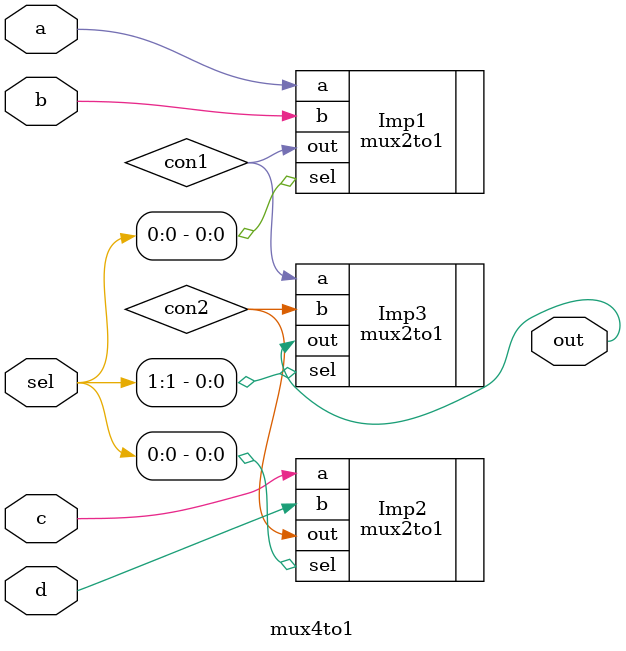
<source format=sv>
module mux4to1(
	input a,
	input b,
	input c,
	input d,
	input [1:0] sel,
	output out
	);
	
	logic con1;
	logic con2;
	
	mux2to1 Imp1(
		.a (a),
		.b (b),
		.sel(sel[0]),
		.out(con1)
	);
	
	mux2to1 Imp2(
		.a (c),
		.b (d),
		.sel(sel[0]),
		.out(con2)
	);
	
	mux2to1 Imp3(
		.a (con1),
		.b (con2),
		.sel(sel[1]),
		.out(out)
		);
		
endmodule

</source>
